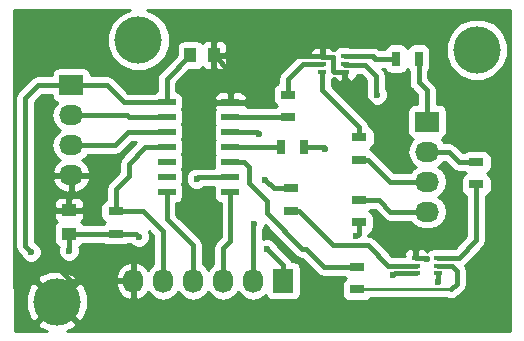
<source format=gbr>
G04 #@! TF.FileFunction,Copper,L1,Top,Signal*
%FSLAX46Y46*%
G04 Gerber Fmt 4.6, Leading zero omitted, Abs format (unit mm)*
G04 Created by KiCad (PCBNEW (2015-07-31 BZR 6030)-product) date Fri Sep 11 12:39:47 2015*
%MOMM*%
G01*
G04 APERTURE LIST*
%ADD10C,0.100000*%
%ADD11C,4.000000*%
%ADD12R,1.250000X1.000000*%
%ADD13R,1.000000X1.250000*%
%ADD14R,1.500000X0.600000*%
%ADD15R,1.727200X2.032000*%
%ADD16O,1.727200X2.032000*%
%ADD17R,2.032000X1.727200*%
%ADD18O,2.032000X1.727200*%
%ADD19R,0.800000X0.400000*%
%ADD20R,1.300000X0.700000*%
%ADD21R,0.700000X1.300000*%
%ADD22C,0.600000*%
%ADD23C,0.400000*%
%ADD24C,0.250000*%
%ADD25C,0.254000*%
G04 APERTURE END LIST*
D10*
D11*
X144322800Y-103174800D03*
X179882800Y-81838800D03*
D12*
X145338800Y-97418400D03*
X145338800Y-95418400D03*
D13*
X155616400Y-82296000D03*
X157616400Y-82296000D03*
D14*
X153611600Y-86309200D03*
X153611600Y-87579200D03*
X153611600Y-88849200D03*
X153611600Y-90119200D03*
X153611600Y-91389200D03*
X153611600Y-92659200D03*
X153611600Y-93929200D03*
X159011600Y-93929200D03*
X159011600Y-92659200D03*
X159011600Y-91389200D03*
X159011600Y-90119200D03*
X159011600Y-88849200D03*
X159011600Y-87579200D03*
X159011600Y-86309200D03*
D15*
X163474400Y-101396800D03*
D16*
X160934400Y-101396800D03*
X158394400Y-101396800D03*
X155854400Y-101396800D03*
X153314400Y-101396800D03*
X150774400Y-101396800D03*
D17*
X145542000Y-84836000D03*
D18*
X145542000Y-87376000D03*
X145542000Y-89916000D03*
X145542000Y-92456000D03*
D17*
X175666400Y-87934800D03*
D18*
X175666400Y-90474800D03*
X175666400Y-93014800D03*
X175666400Y-95554800D03*
D19*
X166791600Y-82408000D03*
X166791600Y-83058000D03*
X166791600Y-83708000D03*
X168691600Y-83708000D03*
X168691600Y-83058000D03*
X168691600Y-82408000D03*
X174716400Y-99476800D03*
X174716400Y-100126800D03*
X174716400Y-100776800D03*
X176616400Y-100776800D03*
X176616400Y-100126800D03*
X176616400Y-99476800D03*
D20*
X163880800Y-85664000D03*
X163880800Y-87564000D03*
D21*
X165237200Y-90119200D03*
X163337200Y-90119200D03*
X174940000Y-82600800D03*
X173040000Y-82600800D03*
D20*
X169926000Y-91170800D03*
X169926000Y-89270800D03*
X164185600Y-95488800D03*
X164185600Y-93588800D03*
X169722800Y-102143600D03*
X169722800Y-100243600D03*
X179832000Y-91353600D03*
X179832000Y-93253600D03*
X169875200Y-94554000D03*
X169875200Y-96454000D03*
X149301200Y-97419200D03*
X149301200Y-95519200D03*
D11*
X151231600Y-81026000D03*
D22*
X142138400Y-98958400D03*
X145338800Y-98856800D03*
X151282400Y-97688400D03*
X162102800Y-98704400D03*
X175666400Y-99568000D03*
X176631600Y-101498400D03*
X157530800Y-84124800D03*
X149199600Y-91389200D03*
X172821600Y-96875600D03*
X172161200Y-87680800D03*
X156159200Y-92760800D03*
X160985200Y-96570800D03*
X161442400Y-89001600D03*
X161950400Y-92862400D03*
X171399200Y-85648800D03*
X167030400Y-90220800D03*
X169672000Y-97637600D03*
X172821600Y-100888800D03*
D23*
X145338800Y-97418400D02*
X145338800Y-98856800D01*
X142748000Y-84836000D02*
X145542000Y-84836000D01*
X141630400Y-85953600D02*
X142748000Y-84836000D01*
X141630400Y-98450400D02*
X141630400Y-85953600D01*
X142138400Y-98958400D02*
X141630400Y-98450400D01*
X163474400Y-101396800D02*
X163474400Y-100076000D01*
X151013200Y-97419200D02*
X149301200Y-97419200D01*
X151282400Y-97688400D02*
X151013200Y-97419200D01*
X163474400Y-100076000D02*
X162102800Y-98704400D01*
X145338800Y-97418400D02*
X146643600Y-97418400D01*
X146644400Y-97419200D02*
X149301200Y-97419200D01*
X146643600Y-97418400D02*
X146644400Y-97419200D01*
X145542000Y-84836000D02*
X148539200Y-84836000D01*
X148539200Y-84836000D02*
X150012400Y-86309200D01*
X150012400Y-86309200D02*
X153611600Y-86309200D01*
X153611600Y-86309200D02*
X153611600Y-84300800D01*
X153611600Y-84300800D02*
X155616400Y-82296000D01*
X175666400Y-99568000D02*
X175575200Y-99476800D01*
X175575200Y-99476800D02*
X174716400Y-99476800D01*
X176616400Y-100776800D02*
X176616400Y-101483200D01*
X176616400Y-101483200D02*
X176631600Y-101498400D01*
X145542000Y-92456000D02*
X148132800Y-92456000D01*
X157616400Y-84039200D02*
X157616400Y-82296000D01*
X157530800Y-84124800D02*
X157616400Y-84039200D01*
X148132800Y-92456000D02*
X149199600Y-91389200D01*
X174716400Y-99476800D02*
X174716400Y-98770400D01*
X174716400Y-98770400D02*
X172821600Y-96875600D01*
X172161200Y-87680800D02*
X168691600Y-84211200D01*
X168691600Y-84211200D02*
X168691600Y-83708000D01*
X150774400Y-101396800D02*
X145491200Y-101396800D01*
X144002000Y-95418400D02*
X145338800Y-95418400D01*
X143256000Y-96164400D02*
X144002000Y-95418400D01*
X143256000Y-99161600D02*
X143256000Y-96164400D01*
X145491200Y-101396800D02*
X143256000Y-99161600D01*
X168691600Y-83708000D02*
X167802800Y-83708000D01*
X167732002Y-82457998D02*
X166791600Y-82457998D01*
X167741600Y-82448400D02*
X167732002Y-82457998D01*
X167741600Y-83646800D02*
X167741600Y-82448400D01*
X167802800Y-83708000D02*
X167741600Y-83646800D01*
X166791600Y-82457998D02*
X166791600Y-82408000D01*
X166791600Y-82408000D02*
X161706800Y-82408000D01*
X161706800Y-82408000D02*
X161594800Y-82296000D01*
X161594800Y-82296000D02*
X157616400Y-82296000D01*
X145338800Y-95418400D02*
X145338800Y-94081600D01*
X145542000Y-93878400D02*
X145542000Y-92456000D01*
X145338800Y-94081600D02*
X145542000Y-93878400D01*
X159011600Y-86309200D02*
X159011600Y-83691200D01*
X159011600Y-83691200D02*
X157616400Y-82296000D01*
X145542000Y-87376000D02*
X150266400Y-87376000D01*
X150469600Y-87579200D02*
X153611600Y-87579200D01*
X150266400Y-87376000D02*
X150469600Y-87579200D01*
X145542000Y-89916000D02*
X149250400Y-89916000D01*
X150317200Y-88849200D02*
X153611600Y-88849200D01*
X149250400Y-89916000D02*
X150317200Y-88849200D01*
X153314400Y-101396800D02*
X153314400Y-97231200D01*
X151602400Y-95519200D02*
X149301200Y-95519200D01*
X153314400Y-97231200D02*
X151602400Y-95519200D01*
X149301200Y-95519200D02*
X149301200Y-93624400D01*
X151790400Y-90119200D02*
X153611600Y-90119200D01*
X150418800Y-91490800D02*
X151790400Y-90119200D01*
X150418800Y-92506800D02*
X150418800Y-91490800D01*
X149301200Y-93624400D02*
X150418800Y-92506800D01*
X155854400Y-101396800D02*
X155854400Y-98399600D01*
X153611600Y-96156800D02*
X153611600Y-93929200D01*
X155854400Y-98399600D02*
X153611600Y-96156800D01*
X158394400Y-101396800D02*
X158394400Y-98653600D01*
X159011600Y-98036400D02*
X159011600Y-93929200D01*
X158394400Y-98653600D02*
X159011600Y-98036400D01*
X160934400Y-101396800D02*
X160934400Y-96621600D01*
X156260800Y-92659200D02*
X159011600Y-92659200D01*
X156159200Y-92760800D02*
X156260800Y-92659200D01*
X160934400Y-96621600D02*
X160985200Y-96570800D01*
X169722800Y-100243600D02*
X166944000Y-100243600D01*
X160172400Y-91389200D02*
X159011600Y-91389200D01*
X160578800Y-91795600D02*
X160172400Y-91389200D01*
X160578800Y-93116400D02*
X160578800Y-91795600D01*
X162102800Y-94640400D02*
X160578800Y-93116400D01*
X162102800Y-95707200D02*
X162102800Y-94640400D01*
X165100000Y-98704400D02*
X162102800Y-95707200D01*
X165404800Y-98704400D02*
X165100000Y-98704400D01*
X166944000Y-100243600D02*
X165404800Y-98704400D01*
X163337200Y-90119200D02*
X159011600Y-90119200D01*
X164185600Y-93588800D02*
X162676800Y-93588800D01*
X161290000Y-88849200D02*
X159011600Y-88849200D01*
X161442400Y-89001600D02*
X161290000Y-88849200D01*
X162676800Y-93588800D02*
X161950400Y-92862400D01*
X163880800Y-87564000D02*
X159026800Y-87564000D01*
X159026800Y-87564000D02*
X159011600Y-87579200D01*
X174940000Y-82600800D02*
X174940000Y-84566800D01*
X175666400Y-85293200D02*
X175666400Y-87934800D01*
X174940000Y-84566800D02*
X175666400Y-85293200D01*
X179832000Y-91353600D02*
X178374000Y-91353600D01*
X177495200Y-90474800D02*
X175666400Y-90474800D01*
X178374000Y-91353600D02*
X177495200Y-90474800D01*
X169926000Y-91170800D02*
X170672800Y-91170800D01*
X172516800Y-93014800D02*
X175666400Y-93014800D01*
X170672800Y-91170800D02*
X172516800Y-93014800D01*
X169875200Y-94554000D02*
X171566800Y-94554000D01*
X172567600Y-95554800D02*
X175666400Y-95554800D01*
X171566800Y-94554000D02*
X172567600Y-95554800D01*
X163880800Y-85664000D02*
X163880800Y-84328000D01*
X165150800Y-83058000D02*
X166791600Y-83058000D01*
X163880800Y-84328000D02*
X165150800Y-83058000D01*
X169926000Y-89270800D02*
X169926000Y-88392000D01*
X166791600Y-85257600D02*
X166791600Y-83708000D01*
X169926000Y-88392000D02*
X166791600Y-85257600D01*
X165237200Y-90119200D02*
X166928800Y-90119200D01*
X170382398Y-83107998D02*
X168691600Y-83107998D01*
X171348400Y-84074000D02*
X170382398Y-83107998D01*
X171348400Y-85598000D02*
X171348400Y-84074000D01*
X171399200Y-85648800D02*
X171348400Y-85598000D01*
X166928800Y-90119200D02*
X167030400Y-90220800D01*
X168691600Y-83107998D02*
X168691600Y-83058000D01*
X168691600Y-82408000D02*
X171054000Y-82408000D01*
X171246800Y-82600800D02*
X173040000Y-82600800D01*
X171054000Y-82408000D02*
X171246800Y-82600800D01*
X174716400Y-100126800D02*
X172364400Y-100126800D01*
X167690800Y-98399600D02*
X164780000Y-95488800D01*
X170637200Y-98399600D02*
X167690800Y-98399600D01*
X172364400Y-100126800D02*
X170637200Y-98399600D01*
X164780000Y-95488800D02*
X164185600Y-95488800D01*
X174716400Y-100776800D02*
X172933600Y-100776800D01*
X169875200Y-97434400D02*
X169875200Y-96454000D01*
X169672000Y-97637600D02*
X169875200Y-97434400D01*
X172933600Y-100776800D02*
X172821600Y-100888800D01*
X169875200Y-96570800D02*
X169875200Y-96454000D01*
X176616400Y-100126800D02*
X177749200Y-100126800D01*
X177749200Y-100126800D02*
X178206400Y-100584000D01*
X178206400Y-100584000D02*
X178206400Y-101650800D01*
X178206400Y-101650800D02*
X177713600Y-102143600D01*
D24*
X177713600Y-102143600D02*
X169722800Y-102143600D01*
D23*
X176616400Y-99476800D02*
X178348400Y-99476800D01*
X178348400Y-99476800D02*
X179832000Y-97993200D01*
X179832000Y-97993200D02*
X179832000Y-93253600D01*
D25*
G36*
X149740942Y-78790853D02*
X148999058Y-79531443D01*
X148597058Y-80499567D01*
X148596143Y-81547834D01*
X148996453Y-82516658D01*
X149737043Y-83258542D01*
X150705167Y-83660542D01*
X151753434Y-83661457D01*
X152722258Y-83261147D01*
X153464142Y-82520557D01*
X153866142Y-81552433D01*
X153867057Y-80504166D01*
X153466747Y-79535342D01*
X152726157Y-78793458D01*
X151924546Y-78460600D01*
X182703000Y-78460600D01*
X182703000Y-105689400D01*
X145148369Y-105689400D01*
X145797447Y-105420543D01*
X146018216Y-105049822D01*
X144322800Y-103354405D01*
X142627384Y-105049822D01*
X142848153Y-105420543D01*
X143512244Y-105689400D01*
X140741166Y-105689400D01*
X140735589Y-102671812D01*
X141683681Y-102671812D01*
X141692087Y-103720047D01*
X142077057Y-104649447D01*
X142447778Y-104870216D01*
X144143195Y-103174800D01*
X144502405Y-103174800D01*
X146197822Y-104870216D01*
X146568543Y-104649447D01*
X146961919Y-103677788D01*
X146953513Y-102629553D01*
X146592800Y-101758713D01*
X149289216Y-101758713D01*
X149482446Y-102311120D01*
X149872364Y-102747532D01*
X150399609Y-103001509D01*
X150415374Y-103004158D01*
X150647400Y-102883017D01*
X150647400Y-101523800D01*
X149433476Y-101523800D01*
X149289216Y-101758713D01*
X146592800Y-101758713D01*
X146568543Y-101700153D01*
X146197822Y-101479384D01*
X144502405Y-103174800D01*
X144143195Y-103174800D01*
X142447778Y-101479384D01*
X142077057Y-101700153D01*
X141683681Y-102671812D01*
X140735589Y-102671812D01*
X140733053Y-101299778D01*
X142627384Y-101299778D01*
X144322800Y-102995195D01*
X146018216Y-101299778D01*
X145860471Y-101034887D01*
X149289216Y-101034887D01*
X149433476Y-101269800D01*
X150647400Y-101269800D01*
X150647400Y-99910583D01*
X150415374Y-99789442D01*
X150399609Y-99792091D01*
X149872364Y-100046068D01*
X149482446Y-100482480D01*
X149289216Y-101034887D01*
X145860471Y-101034887D01*
X145797447Y-100929057D01*
X144825788Y-100535681D01*
X143777553Y-100544087D01*
X142848153Y-100929057D01*
X142627384Y-101299778D01*
X140733053Y-101299778D01*
X140704686Y-85953600D01*
X140795400Y-85953600D01*
X140795400Y-98450400D01*
X140858961Y-98769941D01*
X140994734Y-98973140D01*
X141039966Y-99040834D01*
X141245866Y-99246734D01*
X141345283Y-99487343D01*
X141608073Y-99750592D01*
X141951601Y-99893238D01*
X142323567Y-99893562D01*
X142667343Y-99751517D01*
X142930592Y-99488727D01*
X143073238Y-99145199D01*
X143073562Y-98773233D01*
X142931517Y-98429457D01*
X142668727Y-98166208D01*
X142465400Y-98081779D01*
X142465400Y-94792091D01*
X144078800Y-94792091D01*
X144078800Y-95132650D01*
X144237550Y-95291400D01*
X145211800Y-95291400D01*
X145211800Y-94442150D01*
X145465800Y-94442150D01*
X145465800Y-95291400D01*
X146440050Y-95291400D01*
X146598800Y-95132650D01*
X146598800Y-94792091D01*
X146502127Y-94558702D01*
X146323499Y-94380073D01*
X146090110Y-94283400D01*
X145624550Y-94283400D01*
X145465800Y-94442150D01*
X145211800Y-94442150D01*
X145053050Y-94283400D01*
X144587490Y-94283400D01*
X144354101Y-94380073D01*
X144175473Y-94558702D01*
X144078800Y-94792091D01*
X142465400Y-94792091D01*
X142465400Y-92815026D01*
X143934642Y-92815026D01*
X143937291Y-92830791D01*
X144191268Y-93358036D01*
X144627680Y-93747954D01*
X145180087Y-93941184D01*
X145415000Y-93796924D01*
X145415000Y-92583000D01*
X145669000Y-92583000D01*
X145669000Y-93796924D01*
X145903913Y-93941184D01*
X146456320Y-93747954D01*
X146892732Y-93358036D01*
X147146709Y-92830791D01*
X147149358Y-92815026D01*
X147028217Y-92583000D01*
X145669000Y-92583000D01*
X145415000Y-92583000D01*
X144055783Y-92583000D01*
X143934642Y-92815026D01*
X142465400Y-92815026D01*
X142465400Y-86299468D01*
X143093868Y-85671000D01*
X143878560Y-85671000D01*
X143878560Y-85699600D01*
X143922838Y-85934917D01*
X144061910Y-86151041D01*
X144274110Y-86296031D01*
X144315439Y-86304400D01*
X144297585Y-86316330D01*
X143972729Y-86802511D01*
X143858655Y-87376000D01*
X143972729Y-87949489D01*
X144297585Y-88435670D01*
X144612366Y-88646000D01*
X144297585Y-88856330D01*
X143972729Y-89342511D01*
X143858655Y-89916000D01*
X143972729Y-90489489D01*
X144297585Y-90975670D01*
X144607069Y-91182461D01*
X144191268Y-91553964D01*
X143937291Y-92081209D01*
X143934642Y-92096974D01*
X144055783Y-92329000D01*
X145415000Y-92329000D01*
X145415000Y-92309000D01*
X145669000Y-92309000D01*
X145669000Y-92329000D01*
X147028217Y-92329000D01*
X147149358Y-92096974D01*
X147146709Y-92081209D01*
X146892732Y-91553964D01*
X146476931Y-91182461D01*
X146786415Y-90975670D01*
X146936535Y-90751000D01*
X149250400Y-90751000D01*
X149569941Y-90687439D01*
X149840834Y-90506434D01*
X150663068Y-89684200D01*
X151044532Y-89684200D01*
X149828366Y-90900366D01*
X149647361Y-91171259D01*
X149583800Y-91490800D01*
X149583800Y-92160932D01*
X148710766Y-93033966D01*
X148529761Y-93304859D01*
X148466200Y-93624400D01*
X148466200Y-94556570D01*
X148415883Y-94566038D01*
X148199759Y-94705110D01*
X148054769Y-94917310D01*
X148003760Y-95169200D01*
X148003760Y-95869200D01*
X148048038Y-96104517D01*
X148187110Y-96320641D01*
X148399310Y-96465631D01*
X148412397Y-96468281D01*
X148232254Y-96584200D01*
X146647622Y-96584200D01*
X146643600Y-96583400D01*
X146502818Y-96583400D01*
X146427890Y-96466959D01*
X146359794Y-96420431D01*
X146502127Y-96278098D01*
X146598800Y-96044709D01*
X146598800Y-95704150D01*
X146440050Y-95545400D01*
X145465800Y-95545400D01*
X145465800Y-95565400D01*
X145211800Y-95565400D01*
X145211800Y-95545400D01*
X144237550Y-95545400D01*
X144078800Y-95704150D01*
X144078800Y-96044709D01*
X144175473Y-96278098D01*
X144316710Y-96419336D01*
X144262359Y-96454310D01*
X144117369Y-96666510D01*
X144066360Y-96918400D01*
X144066360Y-97918400D01*
X144110638Y-98153717D01*
X144249710Y-98369841D01*
X144461910Y-98514831D01*
X144467892Y-98516042D01*
X144403962Y-98670001D01*
X144403638Y-99041967D01*
X144545683Y-99385743D01*
X144808473Y-99648992D01*
X145152001Y-99791638D01*
X145523967Y-99791962D01*
X145867743Y-99649917D01*
X146130992Y-99387127D01*
X146273638Y-99043599D01*
X146273962Y-98671633D01*
X146209258Y-98515037D01*
X146415241Y-98382490D01*
X146503444Y-98253400D01*
X146640378Y-98253400D01*
X146644400Y-98254200D01*
X148236225Y-98254200D01*
X148399310Y-98365631D01*
X148651200Y-98416640D01*
X149951200Y-98416640D01*
X150186517Y-98372362D01*
X150370146Y-98254200D01*
X150526076Y-98254200D01*
X150752073Y-98480592D01*
X151095601Y-98623238D01*
X151467567Y-98623562D01*
X151811343Y-98481517D01*
X152074592Y-98218727D01*
X152217238Y-97875199D01*
X152217562Y-97503233D01*
X152085183Y-97182851D01*
X152479400Y-97577068D01*
X152479400Y-100002265D01*
X152254730Y-100152385D01*
X152047939Y-100461869D01*
X151676436Y-100046068D01*
X151149191Y-99792091D01*
X151133426Y-99789442D01*
X150901400Y-99910583D01*
X150901400Y-101269800D01*
X150921400Y-101269800D01*
X150921400Y-101523800D01*
X150901400Y-101523800D01*
X150901400Y-102883017D01*
X151133426Y-103004158D01*
X151149191Y-103001509D01*
X151676436Y-102747532D01*
X152047939Y-102331731D01*
X152254730Y-102641215D01*
X152740911Y-102966071D01*
X153314400Y-103080145D01*
X153887889Y-102966071D01*
X154374070Y-102641215D01*
X154584400Y-102326434D01*
X154794730Y-102641215D01*
X155280911Y-102966071D01*
X155854400Y-103080145D01*
X156427889Y-102966071D01*
X156914070Y-102641215D01*
X157124400Y-102326434D01*
X157334730Y-102641215D01*
X157820911Y-102966071D01*
X158394400Y-103080145D01*
X158967889Y-102966071D01*
X159454070Y-102641215D01*
X159664400Y-102326434D01*
X159874730Y-102641215D01*
X160360911Y-102966071D01*
X160934400Y-103080145D01*
X161507889Y-102966071D01*
X161994070Y-102641215D01*
X162003643Y-102626887D01*
X162007638Y-102648117D01*
X162146710Y-102864241D01*
X162358910Y-103009231D01*
X162610800Y-103060240D01*
X164338000Y-103060240D01*
X164573317Y-103015962D01*
X164789441Y-102876890D01*
X164934431Y-102664690D01*
X164985440Y-102412800D01*
X164985440Y-100380800D01*
X164941162Y-100145483D01*
X164802090Y-99929359D01*
X164589890Y-99784369D01*
X164338000Y-99733360D01*
X164230405Y-99733360D01*
X164064834Y-99485566D01*
X162995335Y-98416067D01*
X162895917Y-98175457D01*
X162633127Y-97912208D01*
X162289599Y-97769562D01*
X161917633Y-97769238D01*
X161769400Y-97830486D01*
X161769400Y-97109105D01*
X161777392Y-97101127D01*
X161920038Y-96757599D01*
X161920084Y-96705352D01*
X164509566Y-99294834D01*
X164780459Y-99475839D01*
X165048734Y-99529203D01*
X166353566Y-100834035D01*
X166624460Y-101015040D01*
X166944000Y-101078600D01*
X168657825Y-101078600D01*
X168820910Y-101190031D01*
X168833997Y-101192681D01*
X168621359Y-101329510D01*
X168476369Y-101541710D01*
X168425360Y-101793600D01*
X168425360Y-102493600D01*
X168469638Y-102728917D01*
X168608710Y-102945041D01*
X168820910Y-103090031D01*
X169072800Y-103141040D01*
X170372800Y-103141040D01*
X170608117Y-103096762D01*
X170824241Y-102957690D01*
X170861199Y-102903600D01*
X177376940Y-102903600D01*
X177394060Y-102915039D01*
X177713600Y-102978600D01*
X178033140Y-102915039D01*
X178304034Y-102734034D01*
X178796834Y-102241234D01*
X178966551Y-101987234D01*
X178977839Y-101970341D01*
X179041400Y-101650800D01*
X179041400Y-100584000D01*
X178977839Y-100264459D01*
X178874694Y-100110091D01*
X178938834Y-100067234D01*
X180422434Y-98583634D01*
X180491284Y-98480592D01*
X180603439Y-98312741D01*
X180667000Y-97993200D01*
X180667000Y-94216230D01*
X180717317Y-94206762D01*
X180933441Y-94067690D01*
X181078431Y-93855490D01*
X181129440Y-93603600D01*
X181129440Y-92903600D01*
X181085162Y-92668283D01*
X180946090Y-92452159D01*
X180733890Y-92307169D01*
X180720803Y-92304519D01*
X180933441Y-92167690D01*
X181078431Y-91955490D01*
X181129440Y-91703600D01*
X181129440Y-91003600D01*
X181085162Y-90768283D01*
X180946090Y-90552159D01*
X180733890Y-90407169D01*
X180482000Y-90356160D01*
X179182000Y-90356160D01*
X178946683Y-90400438D01*
X178763054Y-90518600D01*
X178719868Y-90518600D01*
X178085634Y-89884366D01*
X178068160Y-89872690D01*
X177814741Y-89703361D01*
X177495200Y-89639800D01*
X177060935Y-89639800D01*
X176910815Y-89415130D01*
X176896487Y-89405557D01*
X176917717Y-89401562D01*
X177133841Y-89262490D01*
X177278831Y-89050290D01*
X177329840Y-88798400D01*
X177329840Y-87071200D01*
X177285562Y-86835883D01*
X177146490Y-86619759D01*
X176934290Y-86474769D01*
X176682400Y-86423760D01*
X176501400Y-86423760D01*
X176501400Y-85293200D01*
X176479313Y-85182161D01*
X176437840Y-84973660D01*
X176256834Y-84702766D01*
X175775000Y-84220932D01*
X175775000Y-83665775D01*
X175886431Y-83502690D01*
X175937440Y-83250800D01*
X175937440Y-82360634D01*
X177247343Y-82360634D01*
X177647653Y-83329458D01*
X178388243Y-84071342D01*
X179356367Y-84473342D01*
X180404634Y-84474257D01*
X181373458Y-84073947D01*
X182115342Y-83333357D01*
X182517342Y-82365233D01*
X182518257Y-81316966D01*
X182117947Y-80348142D01*
X181377357Y-79606258D01*
X180409233Y-79204258D01*
X179360966Y-79203343D01*
X178392142Y-79603653D01*
X177650258Y-80344243D01*
X177248258Y-81312367D01*
X177247343Y-82360634D01*
X175937440Y-82360634D01*
X175937440Y-81950800D01*
X175893162Y-81715483D01*
X175754090Y-81499359D01*
X175541890Y-81354369D01*
X175290000Y-81303360D01*
X174590000Y-81303360D01*
X174354683Y-81347638D01*
X174138559Y-81486710D01*
X173993569Y-81698910D01*
X173990919Y-81711997D01*
X173854090Y-81499359D01*
X173641890Y-81354369D01*
X173390000Y-81303360D01*
X172690000Y-81303360D01*
X172454683Y-81347638D01*
X172238559Y-81486710D01*
X172093569Y-81698910D01*
X172080023Y-81765800D01*
X171566961Y-81765800D01*
X171373541Y-81636561D01*
X171054000Y-81573000D01*
X169153031Y-81573000D01*
X169091600Y-81560560D01*
X168291600Y-81560560D01*
X168056283Y-81604838D01*
X167840159Y-81743910D01*
X167744610Y-81883750D01*
X167729927Y-81848302D01*
X167551299Y-81669673D01*
X167317910Y-81573000D01*
X167077350Y-81573000D01*
X166918600Y-81731750D01*
X166918600Y-82210560D01*
X166664600Y-82210560D01*
X166664600Y-81731750D01*
X166505850Y-81573000D01*
X166265290Y-81573000D01*
X166031901Y-81669673D01*
X165853273Y-81848302D01*
X165756600Y-82081691D01*
X165756600Y-82149250D01*
X165830350Y-82223000D01*
X165150800Y-82223000D01*
X164831259Y-82286561D01*
X164649513Y-82408000D01*
X164560366Y-82467566D01*
X163290366Y-83737566D01*
X163109361Y-84008459D01*
X163045800Y-84328000D01*
X163045800Y-84701370D01*
X162995483Y-84710838D01*
X162779359Y-84849910D01*
X162634369Y-85062110D01*
X162583360Y-85314000D01*
X162583360Y-86014000D01*
X162627638Y-86249317D01*
X162766710Y-86465441D01*
X162978910Y-86610431D01*
X162991997Y-86613081D01*
X162811854Y-86729000D01*
X160396600Y-86729000D01*
X160396600Y-86594950D01*
X160237850Y-86436200D01*
X159138600Y-86436200D01*
X159138600Y-86456200D01*
X158884600Y-86456200D01*
X158884600Y-86436200D01*
X157785350Y-86436200D01*
X157626600Y-86594950D01*
X157626600Y-86735510D01*
X157716406Y-86952322D01*
X157665169Y-87027310D01*
X157614160Y-87279200D01*
X157614160Y-87879200D01*
X157658438Y-88114517D01*
X157722278Y-88213728D01*
X157665169Y-88297310D01*
X157614160Y-88549200D01*
X157614160Y-89149200D01*
X157658438Y-89384517D01*
X157722278Y-89483728D01*
X157665169Y-89567310D01*
X157614160Y-89819200D01*
X157614160Y-90419200D01*
X157658438Y-90654517D01*
X157722278Y-90753728D01*
X157665169Y-90837310D01*
X157614160Y-91089200D01*
X157614160Y-91689200D01*
X157639562Y-91824200D01*
X156260800Y-91824200D01*
X156252352Y-91825880D01*
X155974033Y-91825638D01*
X155630257Y-91967683D01*
X155367008Y-92230473D01*
X155224362Y-92574001D01*
X155224038Y-92945967D01*
X155366083Y-93289743D01*
X155628873Y-93552992D01*
X155972401Y-93695638D01*
X156344367Y-93695962D01*
X156688143Y-93553917D01*
X156747964Y-93494200D01*
X157641498Y-93494200D01*
X157614160Y-93629200D01*
X157614160Y-94229200D01*
X157658438Y-94464517D01*
X157797510Y-94680641D01*
X158009710Y-94825631D01*
X158176600Y-94859427D01*
X158176600Y-97690532D01*
X157803966Y-98063166D01*
X157622961Y-98334059D01*
X157559400Y-98653600D01*
X157559400Y-100002265D01*
X157334730Y-100152385D01*
X157124400Y-100467166D01*
X156914070Y-100152385D01*
X156689400Y-100002265D01*
X156689400Y-98399600D01*
X156625839Y-98080059D01*
X156444834Y-97809166D01*
X154446600Y-95810932D01*
X154446600Y-94860646D01*
X154596917Y-94832362D01*
X154813041Y-94693290D01*
X154958031Y-94481090D01*
X155009040Y-94229200D01*
X155009040Y-93629200D01*
X154964762Y-93393883D01*
X154900922Y-93294672D01*
X154958031Y-93211090D01*
X155009040Y-92959200D01*
X155009040Y-92359200D01*
X154964762Y-92123883D01*
X154900922Y-92024672D01*
X154958031Y-91941090D01*
X155009040Y-91689200D01*
X155009040Y-91089200D01*
X154964762Y-90853883D01*
X154900922Y-90754672D01*
X154958031Y-90671090D01*
X155009040Y-90419200D01*
X155009040Y-89819200D01*
X154964762Y-89583883D01*
X154900922Y-89484672D01*
X154958031Y-89401090D01*
X155009040Y-89149200D01*
X155009040Y-88549200D01*
X154964762Y-88313883D01*
X154900922Y-88214672D01*
X154958031Y-88131090D01*
X155009040Y-87879200D01*
X155009040Y-87279200D01*
X154964762Y-87043883D01*
X154900922Y-86944672D01*
X154958031Y-86861090D01*
X155009040Y-86609200D01*
X155009040Y-86009200D01*
X154985274Y-85882890D01*
X157626600Y-85882890D01*
X157626600Y-86023450D01*
X157785350Y-86182200D01*
X158884600Y-86182200D01*
X158884600Y-85532950D01*
X159138600Y-85532950D01*
X159138600Y-86182200D01*
X160237850Y-86182200D01*
X160396600Y-86023450D01*
X160396600Y-85882890D01*
X160299927Y-85649501D01*
X160121298Y-85470873D01*
X159887909Y-85374200D01*
X159297350Y-85374200D01*
X159138600Y-85532950D01*
X158884600Y-85532950D01*
X158725850Y-85374200D01*
X158135291Y-85374200D01*
X157901902Y-85470873D01*
X157723273Y-85649501D01*
X157626600Y-85882890D01*
X154985274Y-85882890D01*
X154964762Y-85773883D01*
X154825690Y-85557759D01*
X154613490Y-85412769D01*
X154446600Y-85378973D01*
X154446600Y-84646668D01*
X155524828Y-83568440D01*
X156116400Y-83568440D01*
X156351717Y-83524162D01*
X156567841Y-83385090D01*
X156614369Y-83316994D01*
X156756702Y-83459327D01*
X156990091Y-83556000D01*
X157330650Y-83556000D01*
X157489400Y-83397250D01*
X157489400Y-82423000D01*
X157743400Y-82423000D01*
X157743400Y-83397250D01*
X157902150Y-83556000D01*
X158242709Y-83556000D01*
X158476098Y-83459327D01*
X158654727Y-83280699D01*
X158751400Y-83047310D01*
X158751400Y-82581750D01*
X158592650Y-82423000D01*
X157743400Y-82423000D01*
X157489400Y-82423000D01*
X157469400Y-82423000D01*
X157469400Y-82169000D01*
X157489400Y-82169000D01*
X157489400Y-81194750D01*
X157743400Y-81194750D01*
X157743400Y-82169000D01*
X158592650Y-82169000D01*
X158751400Y-82010250D01*
X158751400Y-81544690D01*
X158654727Y-81311301D01*
X158476098Y-81132673D01*
X158242709Y-81036000D01*
X157902150Y-81036000D01*
X157743400Y-81194750D01*
X157489400Y-81194750D01*
X157330650Y-81036000D01*
X156990091Y-81036000D01*
X156756702Y-81132673D01*
X156615464Y-81273910D01*
X156580490Y-81219559D01*
X156368290Y-81074569D01*
X156116400Y-81023560D01*
X155116400Y-81023560D01*
X154881083Y-81067838D01*
X154664959Y-81206910D01*
X154519969Y-81419110D01*
X154468960Y-81671000D01*
X154468960Y-82262572D01*
X153021166Y-83710366D01*
X152840161Y-83981259D01*
X152776600Y-84300800D01*
X152776600Y-85377754D01*
X152626283Y-85406038D01*
X152520356Y-85474200D01*
X150358268Y-85474200D01*
X149129634Y-84245566D01*
X148858741Y-84064561D01*
X148539200Y-84001000D01*
X147205440Y-84001000D01*
X147205440Y-83972400D01*
X147161162Y-83737083D01*
X147022090Y-83520959D01*
X146809890Y-83375969D01*
X146558000Y-83324960D01*
X144526000Y-83324960D01*
X144290683Y-83369238D01*
X144074559Y-83508310D01*
X143929569Y-83720510D01*
X143878560Y-83972400D01*
X143878560Y-84001000D01*
X142748000Y-84001000D01*
X142428459Y-84064561D01*
X142157566Y-84245566D01*
X141039966Y-85363166D01*
X140858961Y-85634059D01*
X140795400Y-85953600D01*
X140704686Y-85953600D01*
X140690835Y-78460600D01*
X150540215Y-78460600D01*
X149740942Y-78790853D01*
X149740942Y-78790853D01*
G37*
X149740942Y-78790853D02*
X148999058Y-79531443D01*
X148597058Y-80499567D01*
X148596143Y-81547834D01*
X148996453Y-82516658D01*
X149737043Y-83258542D01*
X150705167Y-83660542D01*
X151753434Y-83661457D01*
X152722258Y-83261147D01*
X153464142Y-82520557D01*
X153866142Y-81552433D01*
X153867057Y-80504166D01*
X153466747Y-79535342D01*
X152726157Y-78793458D01*
X151924546Y-78460600D01*
X182703000Y-78460600D01*
X182703000Y-105689400D01*
X145148369Y-105689400D01*
X145797447Y-105420543D01*
X146018216Y-105049822D01*
X144322800Y-103354405D01*
X142627384Y-105049822D01*
X142848153Y-105420543D01*
X143512244Y-105689400D01*
X140741166Y-105689400D01*
X140735589Y-102671812D01*
X141683681Y-102671812D01*
X141692087Y-103720047D01*
X142077057Y-104649447D01*
X142447778Y-104870216D01*
X144143195Y-103174800D01*
X144502405Y-103174800D01*
X146197822Y-104870216D01*
X146568543Y-104649447D01*
X146961919Y-103677788D01*
X146953513Y-102629553D01*
X146592800Y-101758713D01*
X149289216Y-101758713D01*
X149482446Y-102311120D01*
X149872364Y-102747532D01*
X150399609Y-103001509D01*
X150415374Y-103004158D01*
X150647400Y-102883017D01*
X150647400Y-101523800D01*
X149433476Y-101523800D01*
X149289216Y-101758713D01*
X146592800Y-101758713D01*
X146568543Y-101700153D01*
X146197822Y-101479384D01*
X144502405Y-103174800D01*
X144143195Y-103174800D01*
X142447778Y-101479384D01*
X142077057Y-101700153D01*
X141683681Y-102671812D01*
X140735589Y-102671812D01*
X140733053Y-101299778D01*
X142627384Y-101299778D01*
X144322800Y-102995195D01*
X146018216Y-101299778D01*
X145860471Y-101034887D01*
X149289216Y-101034887D01*
X149433476Y-101269800D01*
X150647400Y-101269800D01*
X150647400Y-99910583D01*
X150415374Y-99789442D01*
X150399609Y-99792091D01*
X149872364Y-100046068D01*
X149482446Y-100482480D01*
X149289216Y-101034887D01*
X145860471Y-101034887D01*
X145797447Y-100929057D01*
X144825788Y-100535681D01*
X143777553Y-100544087D01*
X142848153Y-100929057D01*
X142627384Y-101299778D01*
X140733053Y-101299778D01*
X140704686Y-85953600D01*
X140795400Y-85953600D01*
X140795400Y-98450400D01*
X140858961Y-98769941D01*
X140994734Y-98973140D01*
X141039966Y-99040834D01*
X141245866Y-99246734D01*
X141345283Y-99487343D01*
X141608073Y-99750592D01*
X141951601Y-99893238D01*
X142323567Y-99893562D01*
X142667343Y-99751517D01*
X142930592Y-99488727D01*
X143073238Y-99145199D01*
X143073562Y-98773233D01*
X142931517Y-98429457D01*
X142668727Y-98166208D01*
X142465400Y-98081779D01*
X142465400Y-94792091D01*
X144078800Y-94792091D01*
X144078800Y-95132650D01*
X144237550Y-95291400D01*
X145211800Y-95291400D01*
X145211800Y-94442150D01*
X145465800Y-94442150D01*
X145465800Y-95291400D01*
X146440050Y-95291400D01*
X146598800Y-95132650D01*
X146598800Y-94792091D01*
X146502127Y-94558702D01*
X146323499Y-94380073D01*
X146090110Y-94283400D01*
X145624550Y-94283400D01*
X145465800Y-94442150D01*
X145211800Y-94442150D01*
X145053050Y-94283400D01*
X144587490Y-94283400D01*
X144354101Y-94380073D01*
X144175473Y-94558702D01*
X144078800Y-94792091D01*
X142465400Y-94792091D01*
X142465400Y-92815026D01*
X143934642Y-92815026D01*
X143937291Y-92830791D01*
X144191268Y-93358036D01*
X144627680Y-93747954D01*
X145180087Y-93941184D01*
X145415000Y-93796924D01*
X145415000Y-92583000D01*
X145669000Y-92583000D01*
X145669000Y-93796924D01*
X145903913Y-93941184D01*
X146456320Y-93747954D01*
X146892732Y-93358036D01*
X147146709Y-92830791D01*
X147149358Y-92815026D01*
X147028217Y-92583000D01*
X145669000Y-92583000D01*
X145415000Y-92583000D01*
X144055783Y-92583000D01*
X143934642Y-92815026D01*
X142465400Y-92815026D01*
X142465400Y-86299468D01*
X143093868Y-85671000D01*
X143878560Y-85671000D01*
X143878560Y-85699600D01*
X143922838Y-85934917D01*
X144061910Y-86151041D01*
X144274110Y-86296031D01*
X144315439Y-86304400D01*
X144297585Y-86316330D01*
X143972729Y-86802511D01*
X143858655Y-87376000D01*
X143972729Y-87949489D01*
X144297585Y-88435670D01*
X144612366Y-88646000D01*
X144297585Y-88856330D01*
X143972729Y-89342511D01*
X143858655Y-89916000D01*
X143972729Y-90489489D01*
X144297585Y-90975670D01*
X144607069Y-91182461D01*
X144191268Y-91553964D01*
X143937291Y-92081209D01*
X143934642Y-92096974D01*
X144055783Y-92329000D01*
X145415000Y-92329000D01*
X145415000Y-92309000D01*
X145669000Y-92309000D01*
X145669000Y-92329000D01*
X147028217Y-92329000D01*
X147149358Y-92096974D01*
X147146709Y-92081209D01*
X146892732Y-91553964D01*
X146476931Y-91182461D01*
X146786415Y-90975670D01*
X146936535Y-90751000D01*
X149250400Y-90751000D01*
X149569941Y-90687439D01*
X149840834Y-90506434D01*
X150663068Y-89684200D01*
X151044532Y-89684200D01*
X149828366Y-90900366D01*
X149647361Y-91171259D01*
X149583800Y-91490800D01*
X149583800Y-92160932D01*
X148710766Y-93033966D01*
X148529761Y-93304859D01*
X148466200Y-93624400D01*
X148466200Y-94556570D01*
X148415883Y-94566038D01*
X148199759Y-94705110D01*
X148054769Y-94917310D01*
X148003760Y-95169200D01*
X148003760Y-95869200D01*
X148048038Y-96104517D01*
X148187110Y-96320641D01*
X148399310Y-96465631D01*
X148412397Y-96468281D01*
X148232254Y-96584200D01*
X146647622Y-96584200D01*
X146643600Y-96583400D01*
X146502818Y-96583400D01*
X146427890Y-96466959D01*
X146359794Y-96420431D01*
X146502127Y-96278098D01*
X146598800Y-96044709D01*
X146598800Y-95704150D01*
X146440050Y-95545400D01*
X145465800Y-95545400D01*
X145465800Y-95565400D01*
X145211800Y-95565400D01*
X145211800Y-95545400D01*
X144237550Y-95545400D01*
X144078800Y-95704150D01*
X144078800Y-96044709D01*
X144175473Y-96278098D01*
X144316710Y-96419336D01*
X144262359Y-96454310D01*
X144117369Y-96666510D01*
X144066360Y-96918400D01*
X144066360Y-97918400D01*
X144110638Y-98153717D01*
X144249710Y-98369841D01*
X144461910Y-98514831D01*
X144467892Y-98516042D01*
X144403962Y-98670001D01*
X144403638Y-99041967D01*
X144545683Y-99385743D01*
X144808473Y-99648992D01*
X145152001Y-99791638D01*
X145523967Y-99791962D01*
X145867743Y-99649917D01*
X146130992Y-99387127D01*
X146273638Y-99043599D01*
X146273962Y-98671633D01*
X146209258Y-98515037D01*
X146415241Y-98382490D01*
X146503444Y-98253400D01*
X146640378Y-98253400D01*
X146644400Y-98254200D01*
X148236225Y-98254200D01*
X148399310Y-98365631D01*
X148651200Y-98416640D01*
X149951200Y-98416640D01*
X150186517Y-98372362D01*
X150370146Y-98254200D01*
X150526076Y-98254200D01*
X150752073Y-98480592D01*
X151095601Y-98623238D01*
X151467567Y-98623562D01*
X151811343Y-98481517D01*
X152074592Y-98218727D01*
X152217238Y-97875199D01*
X152217562Y-97503233D01*
X152085183Y-97182851D01*
X152479400Y-97577068D01*
X152479400Y-100002265D01*
X152254730Y-100152385D01*
X152047939Y-100461869D01*
X151676436Y-100046068D01*
X151149191Y-99792091D01*
X151133426Y-99789442D01*
X150901400Y-99910583D01*
X150901400Y-101269800D01*
X150921400Y-101269800D01*
X150921400Y-101523800D01*
X150901400Y-101523800D01*
X150901400Y-102883017D01*
X151133426Y-103004158D01*
X151149191Y-103001509D01*
X151676436Y-102747532D01*
X152047939Y-102331731D01*
X152254730Y-102641215D01*
X152740911Y-102966071D01*
X153314400Y-103080145D01*
X153887889Y-102966071D01*
X154374070Y-102641215D01*
X154584400Y-102326434D01*
X154794730Y-102641215D01*
X155280911Y-102966071D01*
X155854400Y-103080145D01*
X156427889Y-102966071D01*
X156914070Y-102641215D01*
X157124400Y-102326434D01*
X157334730Y-102641215D01*
X157820911Y-102966071D01*
X158394400Y-103080145D01*
X158967889Y-102966071D01*
X159454070Y-102641215D01*
X159664400Y-102326434D01*
X159874730Y-102641215D01*
X160360911Y-102966071D01*
X160934400Y-103080145D01*
X161507889Y-102966071D01*
X161994070Y-102641215D01*
X162003643Y-102626887D01*
X162007638Y-102648117D01*
X162146710Y-102864241D01*
X162358910Y-103009231D01*
X162610800Y-103060240D01*
X164338000Y-103060240D01*
X164573317Y-103015962D01*
X164789441Y-102876890D01*
X164934431Y-102664690D01*
X164985440Y-102412800D01*
X164985440Y-100380800D01*
X164941162Y-100145483D01*
X164802090Y-99929359D01*
X164589890Y-99784369D01*
X164338000Y-99733360D01*
X164230405Y-99733360D01*
X164064834Y-99485566D01*
X162995335Y-98416067D01*
X162895917Y-98175457D01*
X162633127Y-97912208D01*
X162289599Y-97769562D01*
X161917633Y-97769238D01*
X161769400Y-97830486D01*
X161769400Y-97109105D01*
X161777392Y-97101127D01*
X161920038Y-96757599D01*
X161920084Y-96705352D01*
X164509566Y-99294834D01*
X164780459Y-99475839D01*
X165048734Y-99529203D01*
X166353566Y-100834035D01*
X166624460Y-101015040D01*
X166944000Y-101078600D01*
X168657825Y-101078600D01*
X168820910Y-101190031D01*
X168833997Y-101192681D01*
X168621359Y-101329510D01*
X168476369Y-101541710D01*
X168425360Y-101793600D01*
X168425360Y-102493600D01*
X168469638Y-102728917D01*
X168608710Y-102945041D01*
X168820910Y-103090031D01*
X169072800Y-103141040D01*
X170372800Y-103141040D01*
X170608117Y-103096762D01*
X170824241Y-102957690D01*
X170861199Y-102903600D01*
X177376940Y-102903600D01*
X177394060Y-102915039D01*
X177713600Y-102978600D01*
X178033140Y-102915039D01*
X178304034Y-102734034D01*
X178796834Y-102241234D01*
X178966551Y-101987234D01*
X178977839Y-101970341D01*
X179041400Y-101650800D01*
X179041400Y-100584000D01*
X178977839Y-100264459D01*
X178874694Y-100110091D01*
X178938834Y-100067234D01*
X180422434Y-98583634D01*
X180491284Y-98480592D01*
X180603439Y-98312741D01*
X180667000Y-97993200D01*
X180667000Y-94216230D01*
X180717317Y-94206762D01*
X180933441Y-94067690D01*
X181078431Y-93855490D01*
X181129440Y-93603600D01*
X181129440Y-92903600D01*
X181085162Y-92668283D01*
X180946090Y-92452159D01*
X180733890Y-92307169D01*
X180720803Y-92304519D01*
X180933441Y-92167690D01*
X181078431Y-91955490D01*
X181129440Y-91703600D01*
X181129440Y-91003600D01*
X181085162Y-90768283D01*
X180946090Y-90552159D01*
X180733890Y-90407169D01*
X180482000Y-90356160D01*
X179182000Y-90356160D01*
X178946683Y-90400438D01*
X178763054Y-90518600D01*
X178719868Y-90518600D01*
X178085634Y-89884366D01*
X178068160Y-89872690D01*
X177814741Y-89703361D01*
X177495200Y-89639800D01*
X177060935Y-89639800D01*
X176910815Y-89415130D01*
X176896487Y-89405557D01*
X176917717Y-89401562D01*
X177133841Y-89262490D01*
X177278831Y-89050290D01*
X177329840Y-88798400D01*
X177329840Y-87071200D01*
X177285562Y-86835883D01*
X177146490Y-86619759D01*
X176934290Y-86474769D01*
X176682400Y-86423760D01*
X176501400Y-86423760D01*
X176501400Y-85293200D01*
X176479313Y-85182161D01*
X176437840Y-84973660D01*
X176256834Y-84702766D01*
X175775000Y-84220932D01*
X175775000Y-83665775D01*
X175886431Y-83502690D01*
X175937440Y-83250800D01*
X175937440Y-82360634D01*
X177247343Y-82360634D01*
X177647653Y-83329458D01*
X178388243Y-84071342D01*
X179356367Y-84473342D01*
X180404634Y-84474257D01*
X181373458Y-84073947D01*
X182115342Y-83333357D01*
X182517342Y-82365233D01*
X182518257Y-81316966D01*
X182117947Y-80348142D01*
X181377357Y-79606258D01*
X180409233Y-79204258D01*
X179360966Y-79203343D01*
X178392142Y-79603653D01*
X177650258Y-80344243D01*
X177248258Y-81312367D01*
X177247343Y-82360634D01*
X175937440Y-82360634D01*
X175937440Y-81950800D01*
X175893162Y-81715483D01*
X175754090Y-81499359D01*
X175541890Y-81354369D01*
X175290000Y-81303360D01*
X174590000Y-81303360D01*
X174354683Y-81347638D01*
X174138559Y-81486710D01*
X173993569Y-81698910D01*
X173990919Y-81711997D01*
X173854090Y-81499359D01*
X173641890Y-81354369D01*
X173390000Y-81303360D01*
X172690000Y-81303360D01*
X172454683Y-81347638D01*
X172238559Y-81486710D01*
X172093569Y-81698910D01*
X172080023Y-81765800D01*
X171566961Y-81765800D01*
X171373541Y-81636561D01*
X171054000Y-81573000D01*
X169153031Y-81573000D01*
X169091600Y-81560560D01*
X168291600Y-81560560D01*
X168056283Y-81604838D01*
X167840159Y-81743910D01*
X167744610Y-81883750D01*
X167729927Y-81848302D01*
X167551299Y-81669673D01*
X167317910Y-81573000D01*
X167077350Y-81573000D01*
X166918600Y-81731750D01*
X166918600Y-82210560D01*
X166664600Y-82210560D01*
X166664600Y-81731750D01*
X166505850Y-81573000D01*
X166265290Y-81573000D01*
X166031901Y-81669673D01*
X165853273Y-81848302D01*
X165756600Y-82081691D01*
X165756600Y-82149250D01*
X165830350Y-82223000D01*
X165150800Y-82223000D01*
X164831259Y-82286561D01*
X164649513Y-82408000D01*
X164560366Y-82467566D01*
X163290366Y-83737566D01*
X163109361Y-84008459D01*
X163045800Y-84328000D01*
X163045800Y-84701370D01*
X162995483Y-84710838D01*
X162779359Y-84849910D01*
X162634369Y-85062110D01*
X162583360Y-85314000D01*
X162583360Y-86014000D01*
X162627638Y-86249317D01*
X162766710Y-86465441D01*
X162978910Y-86610431D01*
X162991997Y-86613081D01*
X162811854Y-86729000D01*
X160396600Y-86729000D01*
X160396600Y-86594950D01*
X160237850Y-86436200D01*
X159138600Y-86436200D01*
X159138600Y-86456200D01*
X158884600Y-86456200D01*
X158884600Y-86436200D01*
X157785350Y-86436200D01*
X157626600Y-86594950D01*
X157626600Y-86735510D01*
X157716406Y-86952322D01*
X157665169Y-87027310D01*
X157614160Y-87279200D01*
X157614160Y-87879200D01*
X157658438Y-88114517D01*
X157722278Y-88213728D01*
X157665169Y-88297310D01*
X157614160Y-88549200D01*
X157614160Y-89149200D01*
X157658438Y-89384517D01*
X157722278Y-89483728D01*
X157665169Y-89567310D01*
X157614160Y-89819200D01*
X157614160Y-90419200D01*
X157658438Y-90654517D01*
X157722278Y-90753728D01*
X157665169Y-90837310D01*
X157614160Y-91089200D01*
X157614160Y-91689200D01*
X157639562Y-91824200D01*
X156260800Y-91824200D01*
X156252352Y-91825880D01*
X155974033Y-91825638D01*
X155630257Y-91967683D01*
X155367008Y-92230473D01*
X155224362Y-92574001D01*
X155224038Y-92945967D01*
X155366083Y-93289743D01*
X155628873Y-93552992D01*
X155972401Y-93695638D01*
X156344367Y-93695962D01*
X156688143Y-93553917D01*
X156747964Y-93494200D01*
X157641498Y-93494200D01*
X157614160Y-93629200D01*
X157614160Y-94229200D01*
X157658438Y-94464517D01*
X157797510Y-94680641D01*
X158009710Y-94825631D01*
X158176600Y-94859427D01*
X158176600Y-97690532D01*
X157803966Y-98063166D01*
X157622961Y-98334059D01*
X157559400Y-98653600D01*
X157559400Y-100002265D01*
X157334730Y-100152385D01*
X157124400Y-100467166D01*
X156914070Y-100152385D01*
X156689400Y-100002265D01*
X156689400Y-98399600D01*
X156625839Y-98080059D01*
X156444834Y-97809166D01*
X154446600Y-95810932D01*
X154446600Y-94860646D01*
X154596917Y-94832362D01*
X154813041Y-94693290D01*
X154958031Y-94481090D01*
X155009040Y-94229200D01*
X155009040Y-93629200D01*
X154964762Y-93393883D01*
X154900922Y-93294672D01*
X154958031Y-93211090D01*
X155009040Y-92959200D01*
X155009040Y-92359200D01*
X154964762Y-92123883D01*
X154900922Y-92024672D01*
X154958031Y-91941090D01*
X155009040Y-91689200D01*
X155009040Y-91089200D01*
X154964762Y-90853883D01*
X154900922Y-90754672D01*
X154958031Y-90671090D01*
X155009040Y-90419200D01*
X155009040Y-89819200D01*
X154964762Y-89583883D01*
X154900922Y-89484672D01*
X154958031Y-89401090D01*
X155009040Y-89149200D01*
X155009040Y-88549200D01*
X154964762Y-88313883D01*
X154900922Y-88214672D01*
X154958031Y-88131090D01*
X155009040Y-87879200D01*
X155009040Y-87279200D01*
X154964762Y-87043883D01*
X154900922Y-86944672D01*
X154958031Y-86861090D01*
X155009040Y-86609200D01*
X155009040Y-86009200D01*
X154985274Y-85882890D01*
X157626600Y-85882890D01*
X157626600Y-86023450D01*
X157785350Y-86182200D01*
X158884600Y-86182200D01*
X158884600Y-85532950D01*
X159138600Y-85532950D01*
X159138600Y-86182200D01*
X160237850Y-86182200D01*
X160396600Y-86023450D01*
X160396600Y-85882890D01*
X160299927Y-85649501D01*
X160121298Y-85470873D01*
X159887909Y-85374200D01*
X159297350Y-85374200D01*
X159138600Y-85532950D01*
X158884600Y-85532950D01*
X158725850Y-85374200D01*
X158135291Y-85374200D01*
X157901902Y-85470873D01*
X157723273Y-85649501D01*
X157626600Y-85882890D01*
X154985274Y-85882890D01*
X154964762Y-85773883D01*
X154825690Y-85557759D01*
X154613490Y-85412769D01*
X154446600Y-85378973D01*
X154446600Y-84646668D01*
X155524828Y-83568440D01*
X156116400Y-83568440D01*
X156351717Y-83524162D01*
X156567841Y-83385090D01*
X156614369Y-83316994D01*
X156756702Y-83459327D01*
X156990091Y-83556000D01*
X157330650Y-83556000D01*
X157489400Y-83397250D01*
X157489400Y-82423000D01*
X157743400Y-82423000D01*
X157743400Y-83397250D01*
X157902150Y-83556000D01*
X158242709Y-83556000D01*
X158476098Y-83459327D01*
X158654727Y-83280699D01*
X158751400Y-83047310D01*
X158751400Y-82581750D01*
X158592650Y-82423000D01*
X157743400Y-82423000D01*
X157489400Y-82423000D01*
X157469400Y-82423000D01*
X157469400Y-82169000D01*
X157489400Y-82169000D01*
X157489400Y-81194750D01*
X157743400Y-81194750D01*
X157743400Y-82169000D01*
X158592650Y-82169000D01*
X158751400Y-82010250D01*
X158751400Y-81544690D01*
X158654727Y-81311301D01*
X158476098Y-81132673D01*
X158242709Y-81036000D01*
X157902150Y-81036000D01*
X157743400Y-81194750D01*
X157489400Y-81194750D01*
X157330650Y-81036000D01*
X156990091Y-81036000D01*
X156756702Y-81132673D01*
X156615464Y-81273910D01*
X156580490Y-81219559D01*
X156368290Y-81074569D01*
X156116400Y-81023560D01*
X155116400Y-81023560D01*
X154881083Y-81067838D01*
X154664959Y-81206910D01*
X154519969Y-81419110D01*
X154468960Y-81671000D01*
X154468960Y-82262572D01*
X153021166Y-83710366D01*
X152840161Y-83981259D01*
X152776600Y-84300800D01*
X152776600Y-85377754D01*
X152626283Y-85406038D01*
X152520356Y-85474200D01*
X150358268Y-85474200D01*
X149129634Y-84245566D01*
X148858741Y-84064561D01*
X148539200Y-84001000D01*
X147205440Y-84001000D01*
X147205440Y-83972400D01*
X147161162Y-83737083D01*
X147022090Y-83520959D01*
X146809890Y-83375969D01*
X146558000Y-83324960D01*
X144526000Y-83324960D01*
X144290683Y-83369238D01*
X144074559Y-83508310D01*
X143929569Y-83720510D01*
X143878560Y-83972400D01*
X143878560Y-84001000D01*
X142748000Y-84001000D01*
X142428459Y-84064561D01*
X142157566Y-84245566D01*
X141039966Y-85363166D01*
X140858961Y-85634059D01*
X140795400Y-85953600D01*
X140704686Y-85953600D01*
X140690835Y-78460600D01*
X150540215Y-78460600D01*
X149740942Y-78790853D01*
G36*
X177783566Y-91944034D02*
X178054459Y-92125039D01*
X178374000Y-92188600D01*
X178767025Y-92188600D01*
X178930110Y-92300031D01*
X178943197Y-92302681D01*
X178730559Y-92439510D01*
X178585569Y-92651710D01*
X178534560Y-92903600D01*
X178534560Y-93603600D01*
X178578838Y-93838917D01*
X178717910Y-94055041D01*
X178930110Y-94200031D01*
X178997000Y-94213577D01*
X178997000Y-97647332D01*
X178002532Y-98641800D01*
X177077831Y-98641800D01*
X177016400Y-98629360D01*
X176216400Y-98629360D01*
X175981083Y-98673638D01*
X175764959Y-98812710D01*
X175669410Y-98952550D01*
X175654727Y-98917102D01*
X175476099Y-98738473D01*
X175242710Y-98641800D01*
X175002150Y-98641800D01*
X174843400Y-98800550D01*
X174843400Y-99279360D01*
X174589400Y-99279360D01*
X174589400Y-98800550D01*
X174430650Y-98641800D01*
X174190090Y-98641800D01*
X173956701Y-98738473D01*
X173778073Y-98917102D01*
X173681400Y-99150491D01*
X173681400Y-99218050D01*
X173755150Y-99291800D01*
X172710268Y-99291800D01*
X171227634Y-97809166D01*
X171168362Y-97769562D01*
X170956741Y-97628161D01*
X170682509Y-97573613D01*
X170710200Y-97434400D01*
X170710200Y-97416630D01*
X170760517Y-97407162D01*
X170976641Y-97268090D01*
X171121631Y-97055890D01*
X171172640Y-96804000D01*
X171172640Y-96104000D01*
X171128362Y-95868683D01*
X170989290Y-95652559D01*
X170777090Y-95507569D01*
X170764003Y-95504919D01*
X170944146Y-95389000D01*
X171220932Y-95389000D01*
X171977166Y-96145234D01*
X172248059Y-96326239D01*
X172567600Y-96389800D01*
X174271865Y-96389800D01*
X174421985Y-96614470D01*
X174908166Y-96939326D01*
X175481655Y-97053400D01*
X175851145Y-97053400D01*
X176424634Y-96939326D01*
X176910815Y-96614470D01*
X177235671Y-96128289D01*
X177349745Y-95554800D01*
X177235671Y-94981311D01*
X176910815Y-94495130D01*
X176596034Y-94284800D01*
X176910815Y-94074470D01*
X177235671Y-93588289D01*
X177349745Y-93014800D01*
X177235671Y-92441311D01*
X176910815Y-91955130D01*
X176596034Y-91744800D01*
X176910815Y-91534470D01*
X177060935Y-91309800D01*
X177149332Y-91309800D01*
X177783566Y-91944034D01*
X177783566Y-91944034D01*
G37*
X177783566Y-91944034D02*
X178054459Y-92125039D01*
X178374000Y-92188600D01*
X178767025Y-92188600D01*
X178930110Y-92300031D01*
X178943197Y-92302681D01*
X178730559Y-92439510D01*
X178585569Y-92651710D01*
X178534560Y-92903600D01*
X178534560Y-93603600D01*
X178578838Y-93838917D01*
X178717910Y-94055041D01*
X178930110Y-94200031D01*
X178997000Y-94213577D01*
X178997000Y-97647332D01*
X178002532Y-98641800D01*
X177077831Y-98641800D01*
X177016400Y-98629360D01*
X176216400Y-98629360D01*
X175981083Y-98673638D01*
X175764959Y-98812710D01*
X175669410Y-98952550D01*
X175654727Y-98917102D01*
X175476099Y-98738473D01*
X175242710Y-98641800D01*
X175002150Y-98641800D01*
X174843400Y-98800550D01*
X174843400Y-99279360D01*
X174589400Y-99279360D01*
X174589400Y-98800550D01*
X174430650Y-98641800D01*
X174190090Y-98641800D01*
X173956701Y-98738473D01*
X173778073Y-98917102D01*
X173681400Y-99150491D01*
X173681400Y-99218050D01*
X173755150Y-99291800D01*
X172710268Y-99291800D01*
X171227634Y-97809166D01*
X171168362Y-97769562D01*
X170956741Y-97628161D01*
X170682509Y-97573613D01*
X170710200Y-97434400D01*
X170710200Y-97416630D01*
X170760517Y-97407162D01*
X170976641Y-97268090D01*
X171121631Y-97055890D01*
X171172640Y-96804000D01*
X171172640Y-96104000D01*
X171128362Y-95868683D01*
X170989290Y-95652559D01*
X170777090Y-95507569D01*
X170764003Y-95504919D01*
X170944146Y-95389000D01*
X171220932Y-95389000D01*
X171977166Y-96145234D01*
X172248059Y-96326239D01*
X172567600Y-96389800D01*
X174271865Y-96389800D01*
X174421985Y-96614470D01*
X174908166Y-96939326D01*
X175481655Y-97053400D01*
X175851145Y-97053400D01*
X176424634Y-96939326D01*
X176910815Y-96614470D01*
X177235671Y-96128289D01*
X177349745Y-95554800D01*
X177235671Y-94981311D01*
X176910815Y-94495130D01*
X176596034Y-94284800D01*
X176910815Y-94074470D01*
X177235671Y-93588289D01*
X177349745Y-93014800D01*
X177235671Y-92441311D01*
X176910815Y-91955130D01*
X176596034Y-91744800D01*
X176910815Y-91534470D01*
X177060935Y-91309800D01*
X177149332Y-91309800D01*
X177783566Y-91944034D01*
G36*
X172086838Y-83486117D02*
X172225910Y-83702241D01*
X172438110Y-83847231D01*
X172690000Y-83898240D01*
X173390000Y-83898240D01*
X173625317Y-83853962D01*
X173841441Y-83714890D01*
X173986431Y-83502690D01*
X173989081Y-83489603D01*
X174105000Y-83669746D01*
X174105000Y-84566800D01*
X174168561Y-84886341D01*
X174335244Y-85135800D01*
X174349566Y-85157234D01*
X174831400Y-85639068D01*
X174831400Y-86423760D01*
X174650400Y-86423760D01*
X174415083Y-86468038D01*
X174198959Y-86607110D01*
X174053969Y-86819310D01*
X174002960Y-87071200D01*
X174002960Y-88798400D01*
X174047238Y-89033717D01*
X174186310Y-89249841D01*
X174398510Y-89394831D01*
X174439839Y-89403200D01*
X174421985Y-89415130D01*
X174097129Y-89901311D01*
X173983055Y-90474800D01*
X174097129Y-91048289D01*
X174421985Y-91534470D01*
X174736766Y-91744800D01*
X174421985Y-91955130D01*
X174271865Y-92179800D01*
X172862668Y-92179800D01*
X171263234Y-90580366D01*
X171203331Y-90540340D01*
X171109973Y-90477960D01*
X171040090Y-90369359D01*
X170827890Y-90224369D01*
X170814803Y-90221719D01*
X171027441Y-90084890D01*
X171172431Y-89872690D01*
X171223440Y-89620800D01*
X171223440Y-88920800D01*
X171179162Y-88685483D01*
X171040090Y-88469359D01*
X170827890Y-88324369D01*
X170744175Y-88307416D01*
X170697439Y-88072459D01*
X170516434Y-87801566D01*
X167626600Y-84911732D01*
X167626600Y-84382669D01*
X167643041Y-84372090D01*
X167738590Y-84232250D01*
X167753273Y-84267698D01*
X167931901Y-84446327D01*
X168165290Y-84543000D01*
X168405850Y-84543000D01*
X168564600Y-84384250D01*
X168564600Y-83917736D01*
X168691600Y-83942998D01*
X168818600Y-83942998D01*
X168818600Y-84384250D01*
X168977350Y-84543000D01*
X169217910Y-84543000D01*
X169451299Y-84446327D01*
X169629927Y-84267698D01*
X169726600Y-84034309D01*
X169726600Y-83966750D01*
X169702848Y-83942998D01*
X170036530Y-83942998D01*
X170513400Y-84419868D01*
X170513400Y-85343905D01*
X170464362Y-85462001D01*
X170464038Y-85833967D01*
X170606083Y-86177743D01*
X170868873Y-86440992D01*
X171212401Y-86583638D01*
X171584367Y-86583962D01*
X171928143Y-86441917D01*
X172191392Y-86179127D01*
X172334038Y-85835599D01*
X172334362Y-85463633D01*
X172192317Y-85119857D01*
X172183400Y-85110924D01*
X172183400Y-84074000D01*
X172119839Y-83754459D01*
X171938834Y-83483566D01*
X171891068Y-83435800D01*
X172077370Y-83435800D01*
X172086838Y-83486117D01*
X172086838Y-83486117D01*
G37*
X172086838Y-83486117D02*
X172225910Y-83702241D01*
X172438110Y-83847231D01*
X172690000Y-83898240D01*
X173390000Y-83898240D01*
X173625317Y-83853962D01*
X173841441Y-83714890D01*
X173986431Y-83502690D01*
X173989081Y-83489603D01*
X174105000Y-83669746D01*
X174105000Y-84566800D01*
X174168561Y-84886341D01*
X174335244Y-85135800D01*
X174349566Y-85157234D01*
X174831400Y-85639068D01*
X174831400Y-86423760D01*
X174650400Y-86423760D01*
X174415083Y-86468038D01*
X174198959Y-86607110D01*
X174053969Y-86819310D01*
X174002960Y-87071200D01*
X174002960Y-88798400D01*
X174047238Y-89033717D01*
X174186310Y-89249841D01*
X174398510Y-89394831D01*
X174439839Y-89403200D01*
X174421985Y-89415130D01*
X174097129Y-89901311D01*
X173983055Y-90474800D01*
X174097129Y-91048289D01*
X174421985Y-91534470D01*
X174736766Y-91744800D01*
X174421985Y-91955130D01*
X174271865Y-92179800D01*
X172862668Y-92179800D01*
X171263234Y-90580366D01*
X171203331Y-90540340D01*
X171109973Y-90477960D01*
X171040090Y-90369359D01*
X170827890Y-90224369D01*
X170814803Y-90221719D01*
X171027441Y-90084890D01*
X171172431Y-89872690D01*
X171223440Y-89620800D01*
X171223440Y-88920800D01*
X171179162Y-88685483D01*
X171040090Y-88469359D01*
X170827890Y-88324369D01*
X170744175Y-88307416D01*
X170697439Y-88072459D01*
X170516434Y-87801566D01*
X167626600Y-84911732D01*
X167626600Y-84382669D01*
X167643041Y-84372090D01*
X167738590Y-84232250D01*
X167753273Y-84267698D01*
X167931901Y-84446327D01*
X168165290Y-84543000D01*
X168405850Y-84543000D01*
X168564600Y-84384250D01*
X168564600Y-83917736D01*
X168691600Y-83942998D01*
X168818600Y-83942998D01*
X168818600Y-84384250D01*
X168977350Y-84543000D01*
X169217910Y-84543000D01*
X169451299Y-84446327D01*
X169629927Y-84267698D01*
X169726600Y-84034309D01*
X169726600Y-83966750D01*
X169702848Y-83942998D01*
X170036530Y-83942998D01*
X170513400Y-84419868D01*
X170513400Y-85343905D01*
X170464362Y-85462001D01*
X170464038Y-85833967D01*
X170606083Y-86177743D01*
X170868873Y-86440992D01*
X171212401Y-86583638D01*
X171584367Y-86583962D01*
X171928143Y-86441917D01*
X172191392Y-86179127D01*
X172334038Y-85835599D01*
X172334362Y-85463633D01*
X172192317Y-85119857D01*
X172183400Y-85110924D01*
X172183400Y-84074000D01*
X172119839Y-83754459D01*
X171938834Y-83483566D01*
X171891068Y-83435800D01*
X172077370Y-83435800D01*
X172086838Y-83486117D01*
M02*

</source>
